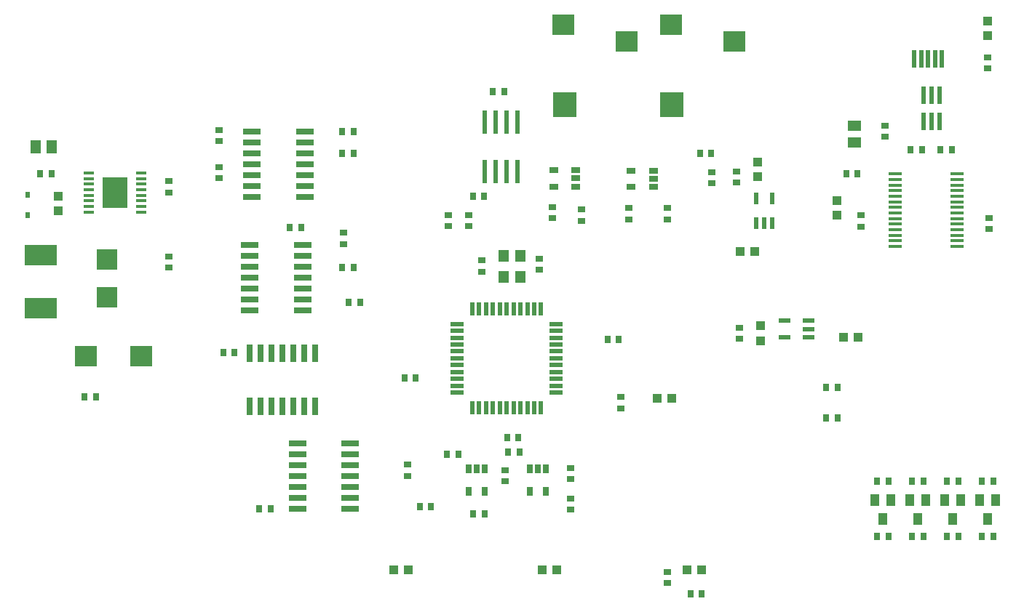
<source format=gbr>
G04 EAGLE Gerber RS-274X export*
G75*
%MOMM*%
%FSLAX34Y34*%
%LPD*%
%INSolderpaste Top*%
%IPPOS*%
%AMOC8*
5,1,8,0,0,1.08239X$1,22.5*%
G01*
%ADD10R,2.550000X2.400000*%
%ADD11R,2.750000X2.900000*%
%ADD12R,0.700000X0.900000*%
%ADD13R,0.600000X2.708000*%
%ADD14R,0.900000X0.700000*%
%ADD15R,1.500000X1.300000*%
%ADD16R,0.600000X2.000000*%
%ADD17R,0.500000X2.000000*%
%ADD18R,1.000000X1.100000*%
%ADD19R,0.600000X1.408000*%
%ADD20R,1.100000X1.000000*%
%ADD21R,1.408000X0.600000*%
%ADD22R,1.000000X1.400000*%
%ADD23R,1.500000X0.400000*%
%ADD24R,0.990000X0.690000*%
%ADD25R,1.550000X0.550000*%
%ADD26R,0.550000X1.550000*%
%ADD27R,1.200000X1.400000*%
%ADD28R,1.200000X0.350000*%
%ADD29R,2.900000X3.580000*%
%ADD30R,0.600000X0.800000*%
%ADD31R,2.400000X2.400000*%
%ADD32R,3.810000X2.413000*%
%ADD33R,1.300000X1.500000*%
%ADD34R,2.600000X2.400000*%
%ADD35R,2.032000X0.660400*%
%ADD36R,0.690000X0.990000*%
%ADD37R,0.660400X2.032000*%


D10*
X904286Y752484D03*
D11*
X831786Y678484D03*
D10*
X830786Y771484D03*
X779286Y752484D03*
D11*
X706786Y678484D03*
D10*
X705786Y771484D03*
D12*
X613182Y572106D03*
X600182Y572106D03*
D13*
X614270Y600996D03*
X626970Y600996D03*
X639670Y600996D03*
X652370Y600996D03*
X652370Y658076D03*
X639670Y658076D03*
X626970Y658076D03*
X614270Y658076D03*
D12*
X623544Y694084D03*
X636544Y694084D03*
X1047646Y597916D03*
X1034646Y597916D03*
D14*
X1051306Y549806D03*
X1051306Y536806D03*
X1200912Y533758D03*
X1200912Y546758D03*
X1079754Y654200D03*
X1079754Y641200D03*
D12*
X1122576Y626618D03*
X1109576Y626618D03*
X1144374Y626618D03*
X1157374Y626618D03*
D15*
X1044448Y634898D03*
X1044448Y653898D03*
D14*
X1198880Y721084D03*
X1198880Y734084D03*
D16*
X1143356Y690124D03*
X1133856Y690124D03*
X1124356Y690124D03*
X1124356Y659124D03*
X1133856Y659124D03*
X1143356Y659124D03*
D17*
X1145800Y731980D03*
X1137800Y731980D03*
X1129800Y731980D03*
X1121800Y731980D03*
X1113800Y731980D03*
D12*
X1011328Y348996D03*
X1024328Y348996D03*
X1011328Y313436D03*
X1024328Y313436D03*
X877540Y622132D03*
X864540Y622132D03*
D14*
X878432Y586964D03*
X878432Y599964D03*
D18*
X931300Y595136D03*
X931300Y612136D03*
D19*
X929416Y541068D03*
X938916Y541068D03*
X948416Y541068D03*
X948416Y569148D03*
X929416Y569148D03*
D20*
X928160Y507316D03*
X911160Y507316D03*
D18*
X934740Y403912D03*
X934740Y420912D03*
D21*
X990436Y407992D03*
X990436Y417492D03*
X990436Y426992D03*
X962356Y426992D03*
X962356Y407992D03*
D20*
X1031292Y407904D03*
X1048292Y407904D03*
D14*
X910356Y405912D03*
X910356Y418912D03*
D22*
X1076960Y196264D03*
X1067460Y218264D03*
X1086460Y218264D03*
D12*
X1070460Y239776D03*
X1083460Y239776D03*
X1083460Y175768D03*
X1070460Y175768D03*
D22*
X1117600Y196264D03*
X1108100Y218264D03*
X1127100Y218264D03*
D12*
X1111100Y239776D03*
X1124100Y239776D03*
X1124100Y175768D03*
X1111100Y175768D03*
D22*
X1158240Y196264D03*
X1148740Y218264D03*
X1167740Y218264D03*
D12*
X1151740Y239776D03*
X1164740Y239776D03*
X1164740Y175768D03*
X1151740Y175768D03*
D22*
X1198880Y196264D03*
X1189380Y218264D03*
X1208380Y218264D03*
D12*
X1192380Y239776D03*
X1205380Y239776D03*
X1205380Y175768D03*
X1192380Y175768D03*
D18*
X525390Y137160D03*
X508390Y137160D03*
X698090Y137160D03*
X681090Y137160D03*
X866639Y137160D03*
X849639Y137160D03*
D23*
X1163756Y513502D03*
X1163756Y520002D03*
X1163756Y526502D03*
X1163756Y533002D03*
X1163756Y539502D03*
X1163756Y546002D03*
X1163756Y552502D03*
X1163756Y559002D03*
X1163756Y565502D03*
X1163756Y572002D03*
X1163756Y578502D03*
X1163756Y585002D03*
X1163756Y591502D03*
X1163756Y598002D03*
X1091256Y598002D03*
X1091256Y591502D03*
X1091256Y585002D03*
X1091256Y578502D03*
X1091256Y572002D03*
X1091256Y565502D03*
X1091256Y559002D03*
X1091256Y552502D03*
X1091256Y546002D03*
X1091256Y539502D03*
X1091256Y533002D03*
X1091256Y526502D03*
X1091256Y520002D03*
X1091256Y513502D03*
D12*
X853671Y109220D03*
X866671Y109220D03*
D24*
X810036Y582796D03*
X810036Y592296D03*
X810036Y601796D03*
X784136Y601796D03*
X784136Y582796D03*
X720036Y583336D03*
X720036Y592836D03*
X720036Y602336D03*
X694136Y602336D03*
X694136Y583336D03*
D14*
X781896Y558156D03*
X781896Y545156D03*
X692404Y559712D03*
X692404Y546712D03*
X826395Y558274D03*
X826395Y545274D03*
X726964Y556664D03*
X726964Y543664D03*
X449966Y516304D03*
X449966Y529304D03*
X571536Y550210D03*
X571536Y537210D03*
X826516Y134516D03*
X826516Y121516D03*
X595717Y550050D03*
X595717Y537050D03*
D20*
X1199388Y776088D03*
X1199388Y759088D03*
D18*
X1024128Y550300D03*
X1024128Y567300D03*
D25*
X582024Y423280D03*
X582024Y415280D03*
X582024Y407280D03*
X582024Y399280D03*
X582024Y391280D03*
X582024Y383280D03*
X582024Y375280D03*
X582024Y367280D03*
X582024Y359280D03*
X582024Y351280D03*
X582024Y343280D03*
D26*
X599524Y325780D03*
X607524Y325780D03*
X615524Y325780D03*
X623524Y325780D03*
X631524Y325780D03*
X639524Y325780D03*
X647524Y325780D03*
X655524Y325780D03*
X663524Y325780D03*
X671524Y325780D03*
X679524Y325780D03*
D25*
X697024Y343280D03*
X697024Y351280D03*
X697024Y359280D03*
X697024Y367280D03*
X697024Y375280D03*
X697024Y383280D03*
X697024Y391280D03*
X697024Y399280D03*
X697024Y407280D03*
X697024Y415280D03*
X697024Y423280D03*
D26*
X679524Y440780D03*
X671524Y440780D03*
X663524Y440780D03*
X655524Y440780D03*
X647524Y440780D03*
X639524Y440780D03*
X631524Y440780D03*
X623524Y440780D03*
X615524Y440780D03*
X607524Y440780D03*
X599524Y440780D03*
D12*
X533804Y360172D03*
X520804Y360172D03*
X757024Y405384D03*
X770024Y405384D03*
D14*
X610616Y484228D03*
X610616Y497228D03*
D27*
X635848Y502460D03*
X635848Y478460D03*
X655848Y478460D03*
X655848Y502460D03*
D14*
X677432Y499440D03*
X677432Y486440D03*
D18*
X814460Y336296D03*
X831460Y336296D03*
D28*
X153647Y599202D03*
X153647Y592652D03*
X153647Y586152D03*
X153647Y579652D03*
X153647Y573152D03*
X153647Y566652D03*
X153647Y560152D03*
X153647Y553652D03*
X214097Y553652D03*
X214097Y560152D03*
X214097Y566652D03*
X214097Y573152D03*
X214097Y579652D03*
X214097Y586152D03*
X214097Y592652D03*
X214097Y599152D03*
D29*
X183872Y576402D03*
D14*
X246124Y501744D03*
X246124Y488744D03*
X246124Y589488D03*
X246124Y576488D03*
D18*
X118120Y572412D03*
X118120Y555412D03*
D30*
X82056Y549832D03*
X82056Y573832D03*
D31*
X174260Y498264D03*
X174260Y454264D03*
D32*
X97492Y441780D03*
X97492Y503780D03*
D33*
X110324Y629936D03*
X91324Y629936D03*
D12*
X109864Y597932D03*
X96864Y597932D03*
X148592Y338744D03*
X161592Y338744D03*
D34*
X150016Y385480D03*
X214016Y385480D03*
D35*
X343418Y647752D03*
X343418Y635052D03*
X343418Y622352D03*
X343418Y609652D03*
X343418Y596952D03*
X343418Y584252D03*
X343418Y571552D03*
X404886Y571552D03*
X404886Y584252D03*
X404886Y596952D03*
X404886Y609652D03*
X404886Y622352D03*
X404886Y635052D03*
X404886Y647752D03*
X340878Y515436D03*
X340878Y502736D03*
X340878Y490036D03*
X340878Y477336D03*
X340878Y464636D03*
X340878Y451936D03*
X340878Y439236D03*
X402346Y439236D03*
X402346Y451936D03*
X402346Y464636D03*
X402346Y477336D03*
X402346Y490036D03*
X402346Y502736D03*
X402346Y515436D03*
D12*
X448160Y647700D03*
X461160Y647700D03*
D35*
X457454Y208280D03*
X457454Y220980D03*
X457454Y233680D03*
X457454Y246380D03*
X457454Y259080D03*
X457454Y271780D03*
X457454Y284480D03*
X395986Y284480D03*
X395986Y271780D03*
X395986Y259080D03*
X395986Y246380D03*
X395986Y233680D03*
X395986Y220980D03*
X395986Y208280D03*
D12*
X364640Y208280D03*
X351640Y208280D03*
D36*
X685140Y254200D03*
X675640Y254200D03*
X666140Y254200D03*
X666140Y228300D03*
X685140Y228300D03*
X614020Y254200D03*
X604520Y254200D03*
X595020Y254200D03*
X595020Y228300D03*
X614020Y228300D03*
D14*
X713740Y219860D03*
X713740Y206860D03*
D12*
X613560Y201930D03*
X600560Y201930D03*
X461160Y622300D03*
X448160Y622300D03*
D14*
X304800Y605940D03*
X304800Y592940D03*
X713740Y242420D03*
X713740Y255420D03*
D12*
X551330Y210820D03*
X538330Y210820D03*
D14*
X637540Y239880D03*
X637540Y252880D03*
X524510Y246230D03*
X524510Y259230D03*
X772160Y338224D03*
X772160Y325224D03*
D12*
X652930Y290830D03*
X639930Y290830D03*
X400200Y535940D03*
X387200Y535940D03*
D14*
X304800Y649120D03*
X304800Y636120D03*
X906780Y587860D03*
X906780Y600860D03*
D12*
X455780Y448310D03*
X468780Y448310D03*
X448160Y488950D03*
X461160Y488950D03*
D37*
X340360Y327406D03*
X353060Y327406D03*
X365760Y327406D03*
X378460Y327406D03*
X391160Y327406D03*
X403860Y327406D03*
X416560Y327406D03*
X416560Y388874D03*
X403860Y388874D03*
X391160Y388874D03*
X378460Y388874D03*
X365760Y388874D03*
X353060Y388874D03*
X340360Y388874D03*
D12*
X322730Y389890D03*
X309730Y389890D03*
X641200Y274320D03*
X654200Y274320D03*
X570080Y271780D03*
X583080Y271780D03*
M02*

</source>
